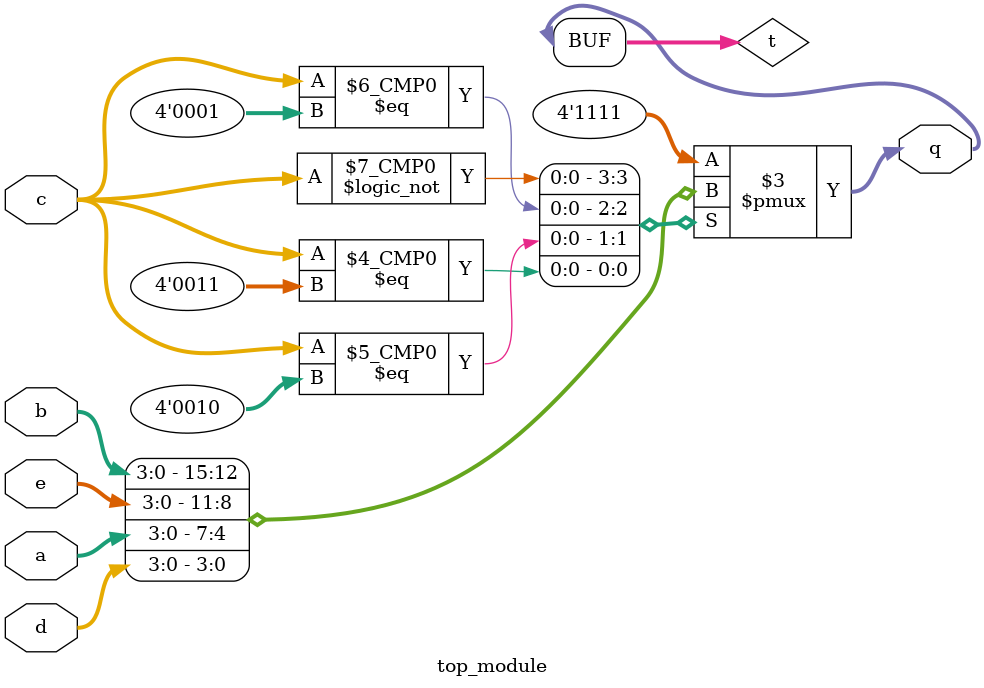
<source format=v>
module top_module (

        input [3:0] a,

        input [3:0] b,

        input [3:0] c,

        input [3:0] d,

        input [3:0] e,

        output [3:0] q );

reg [3:0] t;

always @(*)
    case(c)
        0:t=b;
        1:t=e;
        2:t=a;
        3:t=d;
    default:t=15;
    endcase

assign q[3:0] = t[3:0];

endmodule
</source>
